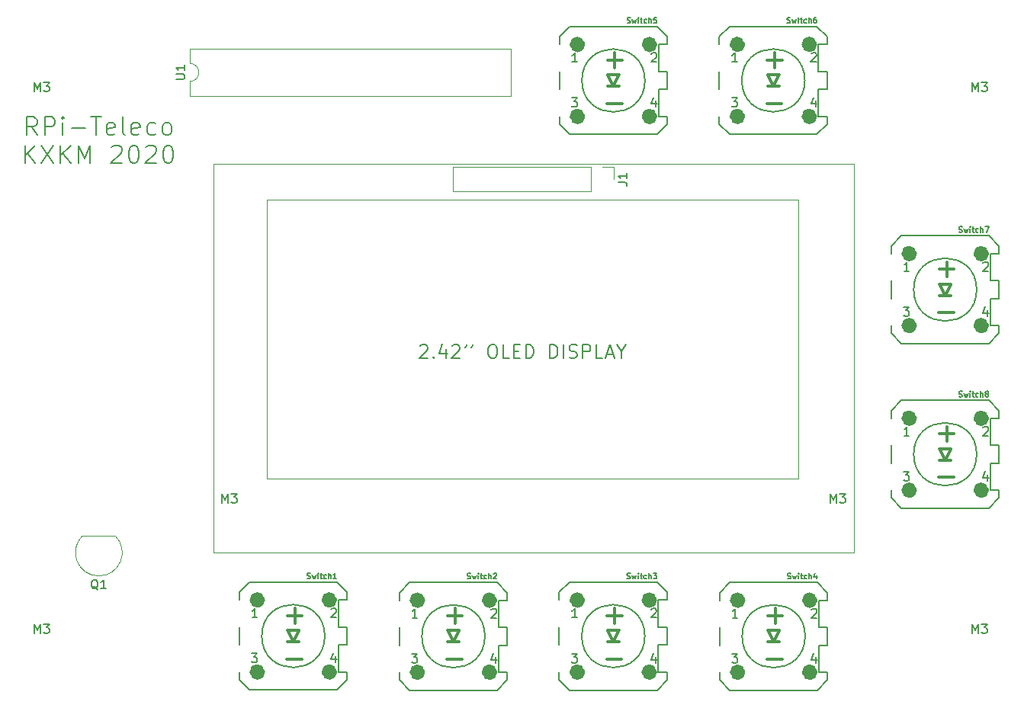
<source format=gbr>
G04 #@! TF.GenerationSoftware,KiCad,Pcbnew,(5.1.4-0)*
G04 #@! TF.CreationDate,2020-05-08T12:10:25+02:00*
G04 #@! TF.ProjectId,RPi_Teleco_PCB,5250695f-5465-46c6-9563-6f5f5043422e,rev?*
G04 #@! TF.SameCoordinates,Original*
G04 #@! TF.FileFunction,Legend,Top*
G04 #@! TF.FilePolarity,Positive*
%FSLAX46Y46*%
G04 Gerber Fmt 4.6, Leading zero omitted, Abs format (unit mm)*
G04 Created by KiCad (PCBNEW (5.1.4-0)) date 2020-05-08 12:10:25*
%MOMM*%
%LPD*%
G04 APERTURE LIST*
%ADD10C,0.120000*%
%ADD11C,0.150000*%
%ADD12C,0.203200*%
%ADD13C,0.304800*%
%ADD14C,0.899160*%
%ADD15C,0.127000*%
%ADD16C,0.152400*%
%ADD17C,0.330200*%
G04 APERTURE END LIST*
D10*
X150780000Y-98500000D02*
X150780000Y-67500000D01*
X209780000Y-98500000D02*
X150780000Y-98500000D01*
X209780000Y-67500000D02*
X209780000Y-98500000D01*
X150780000Y-67500000D02*
X209780000Y-67500000D01*
D11*
X125222857Y-60289761D02*
X124556190Y-59337380D01*
X124080000Y-60289761D02*
X124080000Y-58289761D01*
X124841904Y-58289761D01*
X125032380Y-58385000D01*
X125127619Y-58480238D01*
X125222857Y-58670714D01*
X125222857Y-58956428D01*
X125127619Y-59146904D01*
X125032380Y-59242142D01*
X124841904Y-59337380D01*
X124080000Y-59337380D01*
X126080000Y-60289761D02*
X126080000Y-58289761D01*
X126841904Y-58289761D01*
X127032380Y-58385000D01*
X127127619Y-58480238D01*
X127222857Y-58670714D01*
X127222857Y-58956428D01*
X127127619Y-59146904D01*
X127032380Y-59242142D01*
X126841904Y-59337380D01*
X126080000Y-59337380D01*
X128080000Y-60289761D02*
X128080000Y-58956428D01*
X128080000Y-58289761D02*
X127984761Y-58385000D01*
X128080000Y-58480238D01*
X128175238Y-58385000D01*
X128080000Y-58289761D01*
X128080000Y-58480238D01*
X129032380Y-59527857D02*
X130556190Y-59527857D01*
X131222857Y-58289761D02*
X132365714Y-58289761D01*
X131794285Y-60289761D02*
X131794285Y-58289761D01*
X133794285Y-60194523D02*
X133603809Y-60289761D01*
X133222857Y-60289761D01*
X133032380Y-60194523D01*
X132937142Y-60004047D01*
X132937142Y-59242142D01*
X133032380Y-59051666D01*
X133222857Y-58956428D01*
X133603809Y-58956428D01*
X133794285Y-59051666D01*
X133889523Y-59242142D01*
X133889523Y-59432619D01*
X132937142Y-59623095D01*
X135032380Y-60289761D02*
X134841904Y-60194523D01*
X134746666Y-60004047D01*
X134746666Y-58289761D01*
X136556190Y-60194523D02*
X136365714Y-60289761D01*
X135984761Y-60289761D01*
X135794285Y-60194523D01*
X135699047Y-60004047D01*
X135699047Y-59242142D01*
X135794285Y-59051666D01*
X135984761Y-58956428D01*
X136365714Y-58956428D01*
X136556190Y-59051666D01*
X136651428Y-59242142D01*
X136651428Y-59432619D01*
X135699047Y-59623095D01*
X138365714Y-60194523D02*
X138175238Y-60289761D01*
X137794285Y-60289761D01*
X137603809Y-60194523D01*
X137508571Y-60099285D01*
X137413333Y-59908809D01*
X137413333Y-59337380D01*
X137508571Y-59146904D01*
X137603809Y-59051666D01*
X137794285Y-58956428D01*
X138175238Y-58956428D01*
X138365714Y-59051666D01*
X139508571Y-60289761D02*
X139318095Y-60194523D01*
X139222857Y-60099285D01*
X139127619Y-59908809D01*
X139127619Y-59337380D01*
X139222857Y-59146904D01*
X139318095Y-59051666D01*
X139508571Y-58956428D01*
X139794285Y-58956428D01*
X139984761Y-59051666D01*
X140080000Y-59146904D01*
X140175238Y-59337380D01*
X140175238Y-59908809D01*
X140080000Y-60099285D01*
X139984761Y-60194523D01*
X139794285Y-60289761D01*
X139508571Y-60289761D01*
X123889523Y-63439761D02*
X123889523Y-61439761D01*
X125032380Y-63439761D02*
X124175238Y-62296904D01*
X125032380Y-61439761D02*
X123889523Y-62582619D01*
X125699047Y-61439761D02*
X127032380Y-63439761D01*
X127032380Y-61439761D02*
X125699047Y-63439761D01*
X127794285Y-63439761D02*
X127794285Y-61439761D01*
X128937142Y-63439761D02*
X128080000Y-62296904D01*
X128937142Y-61439761D02*
X127794285Y-62582619D01*
X129794285Y-63439761D02*
X129794285Y-61439761D01*
X130460952Y-62868333D01*
X131127619Y-61439761D01*
X131127619Y-63439761D01*
X133508571Y-61630238D02*
X133603809Y-61535000D01*
X133794285Y-61439761D01*
X134270476Y-61439761D01*
X134460952Y-61535000D01*
X134556190Y-61630238D01*
X134651428Y-61820714D01*
X134651428Y-62011190D01*
X134556190Y-62296904D01*
X133413333Y-63439761D01*
X134651428Y-63439761D01*
X135889523Y-61439761D02*
X136080000Y-61439761D01*
X136270476Y-61535000D01*
X136365714Y-61630238D01*
X136460952Y-61820714D01*
X136556190Y-62201666D01*
X136556190Y-62677857D01*
X136460952Y-63058809D01*
X136365714Y-63249285D01*
X136270476Y-63344523D01*
X136080000Y-63439761D01*
X135889523Y-63439761D01*
X135699047Y-63344523D01*
X135603809Y-63249285D01*
X135508571Y-63058809D01*
X135413333Y-62677857D01*
X135413333Y-62201666D01*
X135508571Y-61820714D01*
X135603809Y-61630238D01*
X135699047Y-61535000D01*
X135889523Y-61439761D01*
X137318095Y-61630238D02*
X137413333Y-61535000D01*
X137603809Y-61439761D01*
X138080000Y-61439761D01*
X138270476Y-61535000D01*
X138365714Y-61630238D01*
X138460952Y-61820714D01*
X138460952Y-62011190D01*
X138365714Y-62296904D01*
X137222857Y-63439761D01*
X138460952Y-63439761D01*
X139699047Y-61439761D02*
X139889523Y-61439761D01*
X140080000Y-61535000D01*
X140175238Y-61630238D01*
X140270476Y-61820714D01*
X140365714Y-62201666D01*
X140365714Y-62677857D01*
X140270476Y-63058809D01*
X140175238Y-63249285D01*
X140080000Y-63344523D01*
X139889523Y-63439761D01*
X139699047Y-63439761D01*
X139508571Y-63344523D01*
X139413333Y-63249285D01*
X139318095Y-63058809D01*
X139222857Y-62677857D01*
X139222857Y-62201666D01*
X139318095Y-61820714D01*
X139413333Y-61630238D01*
X139508571Y-61535000D01*
X139699047Y-61439761D01*
X167742857Y-83721428D02*
X167814285Y-83650000D01*
X167957142Y-83578571D01*
X168314285Y-83578571D01*
X168457142Y-83650000D01*
X168528571Y-83721428D01*
X168600000Y-83864285D01*
X168600000Y-84007142D01*
X168528571Y-84221428D01*
X167671428Y-85078571D01*
X168600000Y-85078571D01*
X169242857Y-84935714D02*
X169314285Y-85007142D01*
X169242857Y-85078571D01*
X169171428Y-85007142D01*
X169242857Y-84935714D01*
X169242857Y-85078571D01*
X170600000Y-84078571D02*
X170600000Y-85078571D01*
X170242857Y-83507142D02*
X169885714Y-84578571D01*
X170814285Y-84578571D01*
X171314285Y-83721428D02*
X171385714Y-83650000D01*
X171528571Y-83578571D01*
X171885714Y-83578571D01*
X172028571Y-83650000D01*
X172100000Y-83721428D01*
X172171428Y-83864285D01*
X172171428Y-84007142D01*
X172100000Y-84221428D01*
X171242857Y-85078571D01*
X172171428Y-85078571D01*
X172885714Y-83578571D02*
X172885714Y-83650000D01*
X172814285Y-83792857D01*
X172742857Y-83864285D01*
X173600000Y-83578571D02*
X173600000Y-83650000D01*
X173528571Y-83792857D01*
X173457142Y-83864285D01*
X175671428Y-83578571D02*
X175957142Y-83578571D01*
X176100000Y-83650000D01*
X176242857Y-83792857D01*
X176314285Y-84078571D01*
X176314285Y-84578571D01*
X176242857Y-84864285D01*
X176100000Y-85007142D01*
X175957142Y-85078571D01*
X175671428Y-85078571D01*
X175528571Y-85007142D01*
X175385714Y-84864285D01*
X175314285Y-84578571D01*
X175314285Y-84078571D01*
X175385714Y-83792857D01*
X175528571Y-83650000D01*
X175671428Y-83578571D01*
X177671428Y-85078571D02*
X176957142Y-85078571D01*
X176957142Y-83578571D01*
X178171428Y-84292857D02*
X178671428Y-84292857D01*
X178885714Y-85078571D02*
X178171428Y-85078571D01*
X178171428Y-83578571D01*
X178885714Y-83578571D01*
X179528571Y-85078571D02*
X179528571Y-83578571D01*
X179885714Y-83578571D01*
X180100000Y-83650000D01*
X180242857Y-83792857D01*
X180314285Y-83935714D01*
X180385714Y-84221428D01*
X180385714Y-84435714D01*
X180314285Y-84721428D01*
X180242857Y-84864285D01*
X180100000Y-85007142D01*
X179885714Y-85078571D01*
X179528571Y-85078571D01*
X182171428Y-85078571D02*
X182171428Y-83578571D01*
X182528571Y-83578571D01*
X182742857Y-83650000D01*
X182885714Y-83792857D01*
X182957142Y-83935714D01*
X183028571Y-84221428D01*
X183028571Y-84435714D01*
X182957142Y-84721428D01*
X182885714Y-84864285D01*
X182742857Y-85007142D01*
X182528571Y-85078571D01*
X182171428Y-85078571D01*
X183671428Y-85078571D02*
X183671428Y-83578571D01*
X184314285Y-85007142D02*
X184528571Y-85078571D01*
X184885714Y-85078571D01*
X185028571Y-85007142D01*
X185100000Y-84935714D01*
X185171428Y-84792857D01*
X185171428Y-84650000D01*
X185100000Y-84507142D01*
X185028571Y-84435714D01*
X184885714Y-84364285D01*
X184600000Y-84292857D01*
X184457142Y-84221428D01*
X184385714Y-84150000D01*
X184314285Y-84007142D01*
X184314285Y-83864285D01*
X184385714Y-83721428D01*
X184457142Y-83650000D01*
X184600000Y-83578571D01*
X184957142Y-83578571D01*
X185171428Y-83650000D01*
X185814285Y-85078571D02*
X185814285Y-83578571D01*
X186385714Y-83578571D01*
X186528571Y-83650000D01*
X186600000Y-83721428D01*
X186671428Y-83864285D01*
X186671428Y-84078571D01*
X186600000Y-84221428D01*
X186528571Y-84292857D01*
X186385714Y-84364285D01*
X185814285Y-84364285D01*
X188028571Y-85078571D02*
X187314285Y-85078571D01*
X187314285Y-83578571D01*
X188457142Y-84650000D02*
X189171428Y-84650000D01*
X188314285Y-85078571D02*
X188814285Y-83578571D01*
X189314285Y-85078571D01*
X190100000Y-84364285D02*
X190100000Y-85078571D01*
X189600000Y-83578571D02*
X190100000Y-84364285D01*
X190600000Y-83578571D01*
D10*
X215900000Y-106680000D02*
X215900000Y-63500000D01*
X144780000Y-106680000D02*
X215900000Y-106680000D01*
X144780000Y-63500000D02*
X144780000Y-106680000D01*
X215900000Y-63500000D02*
X144780000Y-63500000D01*
D12*
X183218420Y-50239020D02*
X183218420Y-49388120D01*
X184369040Y-48237500D02*
X194066760Y-48237500D01*
X195217380Y-49388120D02*
X195217380Y-50239020D01*
X195217380Y-53238760D02*
X195217380Y-55235200D01*
X195217380Y-58234940D02*
X195217380Y-59085840D01*
X194066760Y-60236460D02*
X184369040Y-60236460D01*
X183218420Y-59085840D02*
X183218420Y-58234940D01*
X183218420Y-55235200D02*
X183218420Y-53238760D01*
X194066760Y-48237500D02*
X195217380Y-49388120D01*
X183218420Y-49388120D02*
X184369040Y-48237500D01*
X184369040Y-60236460D02*
X183218420Y-59085840D01*
X195217380Y-59085840D02*
X194066760Y-60236460D01*
X195217380Y-53238760D02*
X194216620Y-53238760D01*
X194216620Y-53238760D02*
X194216620Y-50239020D01*
X194216620Y-50239020D02*
X195217380Y-50239020D01*
X195217380Y-55235200D02*
X194216620Y-55235200D01*
X194216620Y-55235200D02*
X194216620Y-58234940D01*
X194216620Y-58234940D02*
X195217380Y-58234940D01*
D13*
X189852900Y-53601980D02*
X188582900Y-53601980D01*
X188582900Y-53601980D02*
X189217900Y-54871980D01*
X189217900Y-54871980D02*
X189852900Y-53601980D01*
X189852900Y-54871980D02*
X189217900Y-54871980D01*
X189217900Y-54871980D02*
X188582900Y-54871980D01*
D12*
X192715480Y-54236980D02*
G75*
G03X192715480Y-54236980I-3497580J0D01*
G01*
D14*
X185618720Y-50239020D02*
G75*
G03X185618720Y-50239020I-398780J0D01*
G01*
X193614640Y-50239020D02*
G75*
G03X193614640Y-50239020I-398780J0D01*
G01*
X193614640Y-58234940D02*
G75*
G03X193614640Y-58234940I-398780J0D01*
G01*
X185618720Y-58234940D02*
G75*
G03X185618720Y-58234940I-398780J0D01*
G01*
D12*
X183205120Y-111965740D02*
X183205120Y-111114840D01*
X184355740Y-109964220D02*
X194053460Y-109964220D01*
X195204080Y-111114840D02*
X195204080Y-111965740D01*
X195204080Y-114965480D02*
X195204080Y-116961920D01*
X195204080Y-119961660D02*
X195204080Y-120812560D01*
X194053460Y-121963180D02*
X184355740Y-121963180D01*
X183205120Y-120812560D02*
X183205120Y-119961660D01*
X183205120Y-116961920D02*
X183205120Y-114965480D01*
X194053460Y-109964220D02*
X195204080Y-111114840D01*
X183205120Y-111114840D02*
X184355740Y-109964220D01*
X184355740Y-121963180D02*
X183205120Y-120812560D01*
X195204080Y-120812560D02*
X194053460Y-121963180D01*
X195204080Y-114965480D02*
X194203320Y-114965480D01*
X194203320Y-114965480D02*
X194203320Y-111965740D01*
X194203320Y-111965740D02*
X195204080Y-111965740D01*
X195204080Y-116961920D02*
X194203320Y-116961920D01*
X194203320Y-116961920D02*
X194203320Y-119961660D01*
X194203320Y-119961660D02*
X195204080Y-119961660D01*
D13*
X189839600Y-115328700D02*
X188569600Y-115328700D01*
X188569600Y-115328700D02*
X189204600Y-116598700D01*
X189204600Y-116598700D02*
X189839600Y-115328700D01*
X189839600Y-116598700D02*
X189204600Y-116598700D01*
X189204600Y-116598700D02*
X188569600Y-116598700D01*
D12*
X192702180Y-115963700D02*
G75*
G03X192702180Y-115963700I-3497580J0D01*
G01*
D14*
X185605420Y-111965740D02*
G75*
G03X185605420Y-111965740I-398780J0D01*
G01*
X193601340Y-111965740D02*
G75*
G03X193601340Y-111965740I-398780J0D01*
G01*
X193601340Y-119961660D02*
G75*
G03X193601340Y-119961660I-398780J0D01*
G01*
X185605420Y-119961660D02*
G75*
G03X185605420Y-119961660I-398780J0D01*
G01*
D10*
X171390000Y-63870000D02*
X171390000Y-66530000D01*
X186690000Y-63870000D02*
X171390000Y-63870000D01*
X186690000Y-66530000D02*
X171390000Y-66530000D01*
X186690000Y-63870000D02*
X186690000Y-66530000D01*
X187960000Y-63870000D02*
X189290000Y-63870000D01*
X189290000Y-63870000D02*
X189290000Y-65200000D01*
X133880000Y-104830000D02*
X130280000Y-104830000D01*
X133918478Y-104841522D02*
G75*
G02X132080000Y-109280000I-1838478J-1838478D01*
G01*
X130241522Y-104841522D02*
G75*
G03X132080000Y-109280000I1838478J-1838478D01*
G01*
D12*
X147670520Y-111953040D02*
X147670520Y-111102140D01*
X148821140Y-109951520D02*
X158518860Y-109951520D01*
X159669480Y-111102140D02*
X159669480Y-111953040D01*
X159669480Y-114952780D02*
X159669480Y-116949220D01*
X159669480Y-119948960D02*
X159669480Y-120799860D01*
X158518860Y-121950480D02*
X148821140Y-121950480D01*
X147670520Y-120799860D02*
X147670520Y-119948960D01*
X147670520Y-116949220D02*
X147670520Y-114952780D01*
X158518860Y-109951520D02*
X159669480Y-111102140D01*
X147670520Y-111102140D02*
X148821140Y-109951520D01*
X148821140Y-121950480D02*
X147670520Y-120799860D01*
X159669480Y-120799860D02*
X158518860Y-121950480D01*
X159669480Y-114952780D02*
X158668720Y-114952780D01*
X158668720Y-114952780D02*
X158668720Y-111953040D01*
X158668720Y-111953040D02*
X159669480Y-111953040D01*
X159669480Y-116949220D02*
X158668720Y-116949220D01*
X158668720Y-116949220D02*
X158668720Y-119948960D01*
X158668720Y-119948960D02*
X159669480Y-119948960D01*
D13*
X154305000Y-115316000D02*
X153035000Y-115316000D01*
X153035000Y-115316000D02*
X153670000Y-116586000D01*
X153670000Y-116586000D02*
X154305000Y-115316000D01*
X154305000Y-116586000D02*
X153670000Y-116586000D01*
X153670000Y-116586000D02*
X153035000Y-116586000D01*
D12*
X157167580Y-115951000D02*
G75*
G03X157167580Y-115951000I-3497580J0D01*
G01*
D14*
X150070820Y-111953040D02*
G75*
G03X150070820Y-111953040I-398780J0D01*
G01*
X158066740Y-111953040D02*
G75*
G03X158066740Y-111953040I-398780J0D01*
G01*
X158066740Y-119948960D02*
G75*
G03X158066740Y-119948960I-398780J0D01*
G01*
X150070820Y-119948960D02*
G75*
G03X150070820Y-119948960I-398780J0D01*
G01*
X167850820Y-119974360D02*
G75*
G03X167850820Y-119974360I-398780J0D01*
G01*
X175846740Y-119974360D02*
G75*
G03X175846740Y-119974360I-398780J0D01*
G01*
X175846740Y-111978440D02*
G75*
G03X175846740Y-111978440I-398780J0D01*
G01*
X167850820Y-111978440D02*
G75*
G03X167850820Y-111978440I-398780J0D01*
G01*
D12*
X174947580Y-115976400D02*
G75*
G03X174947580Y-115976400I-3497580J0D01*
G01*
D13*
X171450000Y-116611400D02*
X170815000Y-116611400D01*
X172085000Y-116611400D02*
X171450000Y-116611400D01*
X171450000Y-116611400D02*
X172085000Y-115341400D01*
X170815000Y-115341400D02*
X171450000Y-116611400D01*
X172085000Y-115341400D02*
X170815000Y-115341400D01*
D12*
X176448720Y-119974360D02*
X177449480Y-119974360D01*
X176448720Y-116974620D02*
X176448720Y-119974360D01*
X177449480Y-116974620D02*
X176448720Y-116974620D01*
X176448720Y-111978440D02*
X177449480Y-111978440D01*
X176448720Y-114978180D02*
X176448720Y-111978440D01*
X177449480Y-114978180D02*
X176448720Y-114978180D01*
X177449480Y-120825260D02*
X176298860Y-121975880D01*
X166601140Y-121975880D02*
X165450520Y-120825260D01*
X165450520Y-111127540D02*
X166601140Y-109976920D01*
X176298860Y-109976920D02*
X177449480Y-111127540D01*
X165450520Y-116974620D02*
X165450520Y-114978180D01*
X165450520Y-120825260D02*
X165450520Y-119974360D01*
X176298860Y-121975880D02*
X166601140Y-121975880D01*
X177449480Y-119974360D02*
X177449480Y-120825260D01*
X177449480Y-114978180D02*
X177449480Y-116974620D01*
X177449480Y-111127540D02*
X177449480Y-111978440D01*
X166601140Y-109976920D02*
X176298860Y-109976920D01*
X165450520Y-111978440D02*
X165450520Y-111127540D01*
D14*
X203410820Y-119974360D02*
G75*
G03X203410820Y-119974360I-398780J0D01*
G01*
X211406740Y-119974360D02*
G75*
G03X211406740Y-119974360I-398780J0D01*
G01*
X211406740Y-111978440D02*
G75*
G03X211406740Y-111978440I-398780J0D01*
G01*
X203410820Y-111978440D02*
G75*
G03X203410820Y-111978440I-398780J0D01*
G01*
D12*
X210507580Y-115976400D02*
G75*
G03X210507580Y-115976400I-3497580J0D01*
G01*
D13*
X207010000Y-116611400D02*
X206375000Y-116611400D01*
X207645000Y-116611400D02*
X207010000Y-116611400D01*
X207010000Y-116611400D02*
X207645000Y-115341400D01*
X206375000Y-115341400D02*
X207010000Y-116611400D01*
X207645000Y-115341400D02*
X206375000Y-115341400D01*
D12*
X212008720Y-119974360D02*
X213009480Y-119974360D01*
X212008720Y-116974620D02*
X212008720Y-119974360D01*
X213009480Y-116974620D02*
X212008720Y-116974620D01*
X212008720Y-111978440D02*
X213009480Y-111978440D01*
X212008720Y-114978180D02*
X212008720Y-111978440D01*
X213009480Y-114978180D02*
X212008720Y-114978180D01*
X213009480Y-120825260D02*
X211858860Y-121975880D01*
X202161140Y-121975880D02*
X201010520Y-120825260D01*
X201010520Y-111127540D02*
X202161140Y-109976920D01*
X211858860Y-109976920D02*
X213009480Y-111127540D01*
X201010520Y-116974620D02*
X201010520Y-114978180D01*
X201010520Y-120825260D02*
X201010520Y-119974360D01*
X211858860Y-121975880D02*
X202161140Y-121975880D01*
X213009480Y-119974360D02*
X213009480Y-120825260D01*
X213009480Y-114978180D02*
X213009480Y-116974620D01*
X213009480Y-111127540D02*
X213009480Y-111978440D01*
X202161140Y-109976920D02*
X211858860Y-109976920D01*
X201010520Y-111978440D02*
X201010520Y-111127540D01*
D14*
X203375820Y-58226960D02*
G75*
G03X203375820Y-58226960I-398780J0D01*
G01*
X211371740Y-58226960D02*
G75*
G03X211371740Y-58226960I-398780J0D01*
G01*
X211371740Y-50231040D02*
G75*
G03X211371740Y-50231040I-398780J0D01*
G01*
X203375820Y-50231040D02*
G75*
G03X203375820Y-50231040I-398780J0D01*
G01*
D12*
X210472580Y-54229000D02*
G75*
G03X210472580Y-54229000I-3497580J0D01*
G01*
D13*
X206975000Y-54864000D02*
X206340000Y-54864000D01*
X207610000Y-54864000D02*
X206975000Y-54864000D01*
X206975000Y-54864000D02*
X207610000Y-53594000D01*
X206340000Y-53594000D02*
X206975000Y-54864000D01*
X207610000Y-53594000D02*
X206340000Y-53594000D01*
D12*
X211973720Y-58226960D02*
X212974480Y-58226960D01*
X211973720Y-55227220D02*
X211973720Y-58226960D01*
X212974480Y-55227220D02*
X211973720Y-55227220D01*
X211973720Y-50231040D02*
X212974480Y-50231040D01*
X211973720Y-53230780D02*
X211973720Y-50231040D01*
X212974480Y-53230780D02*
X211973720Y-53230780D01*
X212974480Y-59077860D02*
X211823860Y-60228480D01*
X202126140Y-60228480D02*
X200975520Y-59077860D01*
X200975520Y-49380140D02*
X202126140Y-48229520D01*
X211823860Y-48229520D02*
X212974480Y-49380140D01*
X200975520Y-55227220D02*
X200975520Y-53230780D01*
X200975520Y-59077860D02*
X200975520Y-58226960D01*
X211823860Y-60228480D02*
X202126140Y-60228480D01*
X212974480Y-58226960D02*
X212974480Y-59077860D01*
X212974480Y-53230780D02*
X212974480Y-55227220D01*
X212974480Y-49380140D02*
X212974480Y-50231040D01*
X202126140Y-48229520D02*
X211823860Y-48229520D01*
X200975520Y-50231040D02*
X200975520Y-49380140D01*
X220060520Y-73472040D02*
X220060520Y-72621140D01*
X221211140Y-71470520D02*
X230908860Y-71470520D01*
X232059480Y-72621140D02*
X232059480Y-73472040D01*
X232059480Y-76471780D02*
X232059480Y-78468220D01*
X232059480Y-81467960D02*
X232059480Y-82318860D01*
X230908860Y-83469480D02*
X221211140Y-83469480D01*
X220060520Y-82318860D02*
X220060520Y-81467960D01*
X220060520Y-78468220D02*
X220060520Y-76471780D01*
X230908860Y-71470520D02*
X232059480Y-72621140D01*
X220060520Y-72621140D02*
X221211140Y-71470520D01*
X221211140Y-83469480D02*
X220060520Y-82318860D01*
X232059480Y-82318860D02*
X230908860Y-83469480D01*
X232059480Y-76471780D02*
X231058720Y-76471780D01*
X231058720Y-76471780D02*
X231058720Y-73472040D01*
X231058720Y-73472040D02*
X232059480Y-73472040D01*
X232059480Y-78468220D02*
X231058720Y-78468220D01*
X231058720Y-78468220D02*
X231058720Y-81467960D01*
X231058720Y-81467960D02*
X232059480Y-81467960D01*
D13*
X226695000Y-76835000D02*
X225425000Y-76835000D01*
X225425000Y-76835000D02*
X226060000Y-78105000D01*
X226060000Y-78105000D02*
X226695000Y-76835000D01*
X226695000Y-78105000D02*
X226060000Y-78105000D01*
X226060000Y-78105000D02*
X225425000Y-78105000D01*
D12*
X229557580Y-77470000D02*
G75*
G03X229557580Y-77470000I-3497580J0D01*
G01*
D14*
X222460820Y-73472040D02*
G75*
G03X222460820Y-73472040I-398780J0D01*
G01*
X230456740Y-73472040D02*
G75*
G03X230456740Y-73472040I-398780J0D01*
G01*
X230456740Y-81467960D02*
G75*
G03X230456740Y-81467960I-398780J0D01*
G01*
X222460820Y-81467960D02*
G75*
G03X222460820Y-81467960I-398780J0D01*
G01*
X222460820Y-99755960D02*
G75*
G03X222460820Y-99755960I-398780J0D01*
G01*
X230456740Y-99755960D02*
G75*
G03X230456740Y-99755960I-398780J0D01*
G01*
X230456740Y-91760040D02*
G75*
G03X230456740Y-91760040I-398780J0D01*
G01*
X222460820Y-91760040D02*
G75*
G03X222460820Y-91760040I-398780J0D01*
G01*
D12*
X229557580Y-95758000D02*
G75*
G03X229557580Y-95758000I-3497580J0D01*
G01*
D13*
X226060000Y-96393000D02*
X225425000Y-96393000D01*
X226695000Y-96393000D02*
X226060000Y-96393000D01*
X226060000Y-96393000D02*
X226695000Y-95123000D01*
X225425000Y-95123000D02*
X226060000Y-96393000D01*
X226695000Y-95123000D02*
X225425000Y-95123000D01*
D12*
X231058720Y-99755960D02*
X232059480Y-99755960D01*
X231058720Y-96756220D02*
X231058720Y-99755960D01*
X232059480Y-96756220D02*
X231058720Y-96756220D01*
X231058720Y-91760040D02*
X232059480Y-91760040D01*
X231058720Y-94759780D02*
X231058720Y-91760040D01*
X232059480Y-94759780D02*
X231058720Y-94759780D01*
X232059480Y-100606860D02*
X230908860Y-101757480D01*
X221211140Y-101757480D02*
X220060520Y-100606860D01*
X220060520Y-90909140D02*
X221211140Y-89758520D01*
X230908860Y-89758520D02*
X232059480Y-90909140D01*
X220060520Y-96756220D02*
X220060520Y-94759780D01*
X220060520Y-100606860D02*
X220060520Y-99755960D01*
X230908860Y-101757480D02*
X221211140Y-101757480D01*
X232059480Y-99755960D02*
X232059480Y-100606860D01*
X232059480Y-94759780D02*
X232059480Y-96756220D01*
X232059480Y-90909140D02*
X232059480Y-91760040D01*
X221211140Y-89758520D02*
X230908860Y-89758520D01*
X220060520Y-91760040D02*
X220060520Y-90909140D01*
D10*
X142180000Y-52340000D02*
G75*
G02X142180000Y-54340000I0J-1000000D01*
G01*
X142180000Y-54340000D02*
X142180000Y-55990000D01*
X142180000Y-55990000D02*
X177860000Y-55990000D01*
X177860000Y-55990000D02*
X177860000Y-50690000D01*
X177860000Y-50690000D02*
X142180000Y-50690000D01*
X142180000Y-50690000D02*
X142180000Y-52340000D01*
D15*
X190752785Y-47828922D02*
X190839871Y-47857951D01*
X190985014Y-47857951D01*
X191043071Y-47828922D01*
X191072100Y-47799894D01*
X191101128Y-47741837D01*
X191101128Y-47683780D01*
X191072100Y-47625722D01*
X191043071Y-47596694D01*
X190985014Y-47567665D01*
X190868900Y-47538637D01*
X190810842Y-47509608D01*
X190781814Y-47480580D01*
X190752785Y-47422522D01*
X190752785Y-47364465D01*
X190781814Y-47306408D01*
X190810842Y-47277380D01*
X190868900Y-47248351D01*
X191014042Y-47248351D01*
X191101128Y-47277380D01*
X191304328Y-47451551D02*
X191420442Y-47857951D01*
X191536557Y-47567665D01*
X191652671Y-47857951D01*
X191768785Y-47451551D01*
X192001014Y-47857951D02*
X192001014Y-47451551D01*
X192001014Y-47248351D02*
X191971985Y-47277380D01*
X192001014Y-47306408D01*
X192030042Y-47277380D01*
X192001014Y-47248351D01*
X192001014Y-47306408D01*
X192204214Y-47451551D02*
X192436442Y-47451551D01*
X192291300Y-47248351D02*
X192291300Y-47770865D01*
X192320328Y-47828922D01*
X192378385Y-47857951D01*
X192436442Y-47857951D01*
X192900900Y-47828922D02*
X192842842Y-47857951D01*
X192726728Y-47857951D01*
X192668671Y-47828922D01*
X192639642Y-47799894D01*
X192610614Y-47741837D01*
X192610614Y-47567665D01*
X192639642Y-47509608D01*
X192668671Y-47480580D01*
X192726728Y-47451551D01*
X192842842Y-47451551D01*
X192900900Y-47480580D01*
X193162157Y-47857951D02*
X193162157Y-47248351D01*
X193423414Y-47857951D02*
X193423414Y-47538637D01*
X193394385Y-47480580D01*
X193336328Y-47451551D01*
X193249242Y-47451551D01*
X193191185Y-47480580D01*
X193162157Y-47509608D01*
X194003985Y-47248351D02*
X193713700Y-47248351D01*
X193684671Y-47538637D01*
X193713700Y-47509608D01*
X193771757Y-47480580D01*
X193916900Y-47480580D01*
X193974957Y-47509608D01*
X194003985Y-47538637D01*
X194033014Y-47596694D01*
X194033014Y-47741837D01*
X194003985Y-47799894D01*
X193974957Y-47828922D01*
X193916900Y-47857951D01*
X193771757Y-47857951D01*
X193713700Y-47828922D01*
X193684671Y-47799894D01*
D16*
X185218125Y-52189619D02*
X184637554Y-52189619D01*
X184927840Y-52189619D02*
X184927840Y-51173619D01*
X184831078Y-51318761D01*
X184734316Y-51415523D01*
X184637554Y-51463904D01*
X193433574Y-51270380D02*
X193481955Y-51222000D01*
X193578717Y-51173619D01*
X193820621Y-51173619D01*
X193917383Y-51222000D01*
X193965764Y-51270380D01*
X194014145Y-51367142D01*
X194014145Y-51463904D01*
X193965764Y-51609047D01*
X193385193Y-52189619D01*
X194014145Y-52189619D01*
X184589173Y-56172339D02*
X185218125Y-56172339D01*
X184879459Y-56559386D01*
X185024601Y-56559386D01*
X185121363Y-56607767D01*
X185169744Y-56656148D01*
X185218125Y-56752910D01*
X185218125Y-56994815D01*
X185169744Y-57091577D01*
X185121363Y-57139958D01*
X185024601Y-57188339D01*
X184734316Y-57188339D01*
X184637554Y-57139958D01*
X184589173Y-57091577D01*
X193917383Y-56511005D02*
X193917383Y-57188339D01*
X193675479Y-56123958D02*
X193433574Y-56849672D01*
X194062526Y-56849672D01*
D17*
X188551815Y-51979827D02*
X190214184Y-51979827D01*
X189383000Y-52811011D02*
X189383000Y-51148642D01*
X188501015Y-56780427D02*
X190163384Y-56780427D01*
D15*
X190739485Y-109555642D02*
X190826571Y-109584671D01*
X190971714Y-109584671D01*
X191029771Y-109555642D01*
X191058800Y-109526614D01*
X191087828Y-109468557D01*
X191087828Y-109410500D01*
X191058800Y-109352442D01*
X191029771Y-109323414D01*
X190971714Y-109294385D01*
X190855600Y-109265357D01*
X190797542Y-109236328D01*
X190768514Y-109207300D01*
X190739485Y-109149242D01*
X190739485Y-109091185D01*
X190768514Y-109033128D01*
X190797542Y-109004100D01*
X190855600Y-108975071D01*
X191000742Y-108975071D01*
X191087828Y-109004100D01*
X191291028Y-109178271D02*
X191407142Y-109584671D01*
X191523257Y-109294385D01*
X191639371Y-109584671D01*
X191755485Y-109178271D01*
X191987714Y-109584671D02*
X191987714Y-109178271D01*
X191987714Y-108975071D02*
X191958685Y-109004100D01*
X191987714Y-109033128D01*
X192016742Y-109004100D01*
X191987714Y-108975071D01*
X191987714Y-109033128D01*
X192190914Y-109178271D02*
X192423142Y-109178271D01*
X192278000Y-108975071D02*
X192278000Y-109497585D01*
X192307028Y-109555642D01*
X192365085Y-109584671D01*
X192423142Y-109584671D01*
X192887600Y-109555642D02*
X192829542Y-109584671D01*
X192713428Y-109584671D01*
X192655371Y-109555642D01*
X192626342Y-109526614D01*
X192597314Y-109468557D01*
X192597314Y-109294385D01*
X192626342Y-109236328D01*
X192655371Y-109207300D01*
X192713428Y-109178271D01*
X192829542Y-109178271D01*
X192887600Y-109207300D01*
X193148857Y-109584671D02*
X193148857Y-108975071D01*
X193410114Y-109584671D02*
X193410114Y-109265357D01*
X193381085Y-109207300D01*
X193323028Y-109178271D01*
X193235942Y-109178271D01*
X193177885Y-109207300D01*
X193148857Y-109236328D01*
X193642342Y-108975071D02*
X194019714Y-108975071D01*
X193816514Y-109207300D01*
X193903600Y-109207300D01*
X193961657Y-109236328D01*
X193990685Y-109265357D01*
X194019714Y-109323414D01*
X194019714Y-109468557D01*
X193990685Y-109526614D01*
X193961657Y-109555642D01*
X193903600Y-109584671D01*
X193729428Y-109584671D01*
X193671371Y-109555642D01*
X193642342Y-109526614D01*
D16*
X185204825Y-113916339D02*
X184624254Y-113916339D01*
X184914540Y-113916339D02*
X184914540Y-112900339D01*
X184817778Y-113045481D01*
X184721016Y-113142243D01*
X184624254Y-113190624D01*
X193420274Y-112997100D02*
X193468655Y-112948720D01*
X193565417Y-112900339D01*
X193807321Y-112900339D01*
X193904083Y-112948720D01*
X193952464Y-112997100D01*
X194000845Y-113093862D01*
X194000845Y-113190624D01*
X193952464Y-113335767D01*
X193371893Y-113916339D01*
X194000845Y-113916339D01*
X184575873Y-117899059D02*
X185204825Y-117899059D01*
X184866159Y-118286106D01*
X185011301Y-118286106D01*
X185108063Y-118334487D01*
X185156444Y-118382868D01*
X185204825Y-118479630D01*
X185204825Y-118721535D01*
X185156444Y-118818297D01*
X185108063Y-118866678D01*
X185011301Y-118915059D01*
X184721016Y-118915059D01*
X184624254Y-118866678D01*
X184575873Y-118818297D01*
X193904083Y-118237725D02*
X193904083Y-118915059D01*
X193662179Y-117850678D02*
X193420274Y-118576392D01*
X194049226Y-118576392D01*
D17*
X188538515Y-113706547D02*
X190200884Y-113706547D01*
X189369700Y-114537731D02*
X189369700Y-112875362D01*
X188487715Y-118507147D02*
X190150084Y-118507147D01*
D11*
X124920476Y-55452380D02*
X124920476Y-54452380D01*
X125253809Y-55166666D01*
X125587142Y-54452380D01*
X125587142Y-55452380D01*
X125968095Y-54452380D02*
X126587142Y-54452380D01*
X126253809Y-54833333D01*
X126396666Y-54833333D01*
X126491904Y-54880952D01*
X126539523Y-54928571D01*
X126587142Y-55023809D01*
X126587142Y-55261904D01*
X126539523Y-55357142D01*
X126491904Y-55404761D01*
X126396666Y-55452380D01*
X126110952Y-55452380D01*
X126015714Y-55404761D01*
X125968095Y-55357142D01*
X124920476Y-115632380D02*
X124920476Y-114632380D01*
X125253809Y-115346666D01*
X125587142Y-114632380D01*
X125587142Y-115632380D01*
X125968095Y-114632380D02*
X126587142Y-114632380D01*
X126253809Y-115013333D01*
X126396666Y-115013333D01*
X126491904Y-115060952D01*
X126539523Y-115108571D01*
X126587142Y-115203809D01*
X126587142Y-115441904D01*
X126539523Y-115537142D01*
X126491904Y-115584761D01*
X126396666Y-115632380D01*
X126110952Y-115632380D01*
X126015714Y-115584761D01*
X125968095Y-115537142D01*
X229060476Y-115632380D02*
X229060476Y-114632380D01*
X229393809Y-115346666D01*
X229727142Y-114632380D01*
X229727142Y-115632380D01*
X230108095Y-114632380D02*
X230727142Y-114632380D01*
X230393809Y-115013333D01*
X230536666Y-115013333D01*
X230631904Y-115060952D01*
X230679523Y-115108571D01*
X230727142Y-115203809D01*
X230727142Y-115441904D01*
X230679523Y-115537142D01*
X230631904Y-115584761D01*
X230536666Y-115632380D01*
X230250952Y-115632380D01*
X230155714Y-115584761D01*
X230108095Y-115537142D01*
X229060476Y-55452380D02*
X229060476Y-54452380D01*
X229393809Y-55166666D01*
X229727142Y-54452380D01*
X229727142Y-55452380D01*
X230108095Y-54452380D02*
X230727142Y-54452380D01*
X230393809Y-54833333D01*
X230536666Y-54833333D01*
X230631904Y-54880952D01*
X230679523Y-54928571D01*
X230727142Y-55023809D01*
X230727142Y-55261904D01*
X230679523Y-55357142D01*
X230631904Y-55404761D01*
X230536666Y-55452380D01*
X230250952Y-55452380D01*
X230155714Y-55404761D01*
X230108095Y-55357142D01*
X145748476Y-101154380D02*
X145748476Y-100154380D01*
X146081809Y-100868666D01*
X146415142Y-100154380D01*
X146415142Y-101154380D01*
X146796095Y-100154380D02*
X147415142Y-100154380D01*
X147081809Y-100535333D01*
X147224666Y-100535333D01*
X147319904Y-100582952D01*
X147367523Y-100630571D01*
X147415142Y-100725809D01*
X147415142Y-100963904D01*
X147367523Y-101059142D01*
X147319904Y-101106761D01*
X147224666Y-101154380D01*
X146938952Y-101154380D01*
X146843714Y-101106761D01*
X146796095Y-101059142D01*
X213312476Y-101154380D02*
X213312476Y-100154380D01*
X213645809Y-100868666D01*
X213979142Y-100154380D01*
X213979142Y-101154380D01*
X214360095Y-100154380D02*
X214979142Y-100154380D01*
X214645809Y-100535333D01*
X214788666Y-100535333D01*
X214883904Y-100582952D01*
X214931523Y-100630571D01*
X214979142Y-100725809D01*
X214979142Y-100963904D01*
X214931523Y-101059142D01*
X214883904Y-101106761D01*
X214788666Y-101154380D01*
X214502952Y-101154380D01*
X214407714Y-101106761D01*
X214360095Y-101059142D01*
X189742380Y-65533333D02*
X190456666Y-65533333D01*
X190599523Y-65580952D01*
X190694761Y-65676190D01*
X190742380Y-65819047D01*
X190742380Y-65914285D01*
X190742380Y-64533333D02*
X190742380Y-65104761D01*
X190742380Y-64819047D02*
X189742380Y-64819047D01*
X189885238Y-64914285D01*
X189980476Y-65009523D01*
X190028095Y-65104761D01*
X131984761Y-110787619D02*
X131889523Y-110740000D01*
X131794285Y-110644761D01*
X131651428Y-110501904D01*
X131556190Y-110454285D01*
X131460952Y-110454285D01*
X131508571Y-110692380D02*
X131413333Y-110644761D01*
X131318095Y-110549523D01*
X131270476Y-110359047D01*
X131270476Y-110025714D01*
X131318095Y-109835238D01*
X131413333Y-109740000D01*
X131508571Y-109692380D01*
X131699047Y-109692380D01*
X131794285Y-109740000D01*
X131889523Y-109835238D01*
X131937142Y-110025714D01*
X131937142Y-110359047D01*
X131889523Y-110549523D01*
X131794285Y-110644761D01*
X131699047Y-110692380D01*
X131508571Y-110692380D01*
X132889523Y-110692380D02*
X132318095Y-110692380D01*
X132603809Y-110692380D02*
X132603809Y-109692380D01*
X132508571Y-109835238D01*
X132413333Y-109930476D01*
X132318095Y-109978095D01*
D15*
X155204885Y-109542942D02*
X155291971Y-109571971D01*
X155437114Y-109571971D01*
X155495171Y-109542942D01*
X155524200Y-109513914D01*
X155553228Y-109455857D01*
X155553228Y-109397800D01*
X155524200Y-109339742D01*
X155495171Y-109310714D01*
X155437114Y-109281685D01*
X155321000Y-109252657D01*
X155262942Y-109223628D01*
X155233914Y-109194600D01*
X155204885Y-109136542D01*
X155204885Y-109078485D01*
X155233914Y-109020428D01*
X155262942Y-108991400D01*
X155321000Y-108962371D01*
X155466142Y-108962371D01*
X155553228Y-108991400D01*
X155756428Y-109165571D02*
X155872542Y-109571971D01*
X155988657Y-109281685D01*
X156104771Y-109571971D01*
X156220885Y-109165571D01*
X156453114Y-109571971D02*
X156453114Y-109165571D01*
X156453114Y-108962371D02*
X156424085Y-108991400D01*
X156453114Y-109020428D01*
X156482142Y-108991400D01*
X156453114Y-108962371D01*
X156453114Y-109020428D01*
X156656314Y-109165571D02*
X156888542Y-109165571D01*
X156743400Y-108962371D02*
X156743400Y-109484885D01*
X156772428Y-109542942D01*
X156830485Y-109571971D01*
X156888542Y-109571971D01*
X157353000Y-109542942D02*
X157294942Y-109571971D01*
X157178828Y-109571971D01*
X157120771Y-109542942D01*
X157091742Y-109513914D01*
X157062714Y-109455857D01*
X157062714Y-109281685D01*
X157091742Y-109223628D01*
X157120771Y-109194600D01*
X157178828Y-109165571D01*
X157294942Y-109165571D01*
X157353000Y-109194600D01*
X157614257Y-109571971D02*
X157614257Y-108962371D01*
X157875514Y-109571971D02*
X157875514Y-109252657D01*
X157846485Y-109194600D01*
X157788428Y-109165571D01*
X157701342Y-109165571D01*
X157643285Y-109194600D01*
X157614257Y-109223628D01*
X158485114Y-109571971D02*
X158136771Y-109571971D01*
X158310942Y-109571971D02*
X158310942Y-108962371D01*
X158252885Y-109049457D01*
X158194828Y-109107514D01*
X158136771Y-109136542D01*
D16*
X149670225Y-113903639D02*
X149089654Y-113903639D01*
X149379940Y-113903639D02*
X149379940Y-112887639D01*
X149283178Y-113032781D01*
X149186416Y-113129543D01*
X149089654Y-113177924D01*
X157885674Y-112984400D02*
X157934055Y-112936020D01*
X158030817Y-112887639D01*
X158272721Y-112887639D01*
X158369483Y-112936020D01*
X158417864Y-112984400D01*
X158466245Y-113081162D01*
X158466245Y-113177924D01*
X158417864Y-113323067D01*
X157837293Y-113903639D01*
X158466245Y-113903639D01*
X149041273Y-117886359D02*
X149670225Y-117886359D01*
X149331559Y-118273406D01*
X149476701Y-118273406D01*
X149573463Y-118321787D01*
X149621844Y-118370168D01*
X149670225Y-118466930D01*
X149670225Y-118708835D01*
X149621844Y-118805597D01*
X149573463Y-118853978D01*
X149476701Y-118902359D01*
X149186416Y-118902359D01*
X149089654Y-118853978D01*
X149041273Y-118805597D01*
X158369483Y-118225025D02*
X158369483Y-118902359D01*
X158127579Y-117837978D02*
X157885674Y-118563692D01*
X158514626Y-118563692D01*
D17*
X153003915Y-113693847D02*
X154666284Y-113693847D01*
X153835100Y-114525031D02*
X153835100Y-112862662D01*
X152953115Y-118494447D02*
X154615484Y-118494447D01*
D15*
X172984885Y-109568342D02*
X173071971Y-109597371D01*
X173217114Y-109597371D01*
X173275171Y-109568342D01*
X173304200Y-109539314D01*
X173333228Y-109481257D01*
X173333228Y-109423200D01*
X173304200Y-109365142D01*
X173275171Y-109336114D01*
X173217114Y-109307085D01*
X173101000Y-109278057D01*
X173042942Y-109249028D01*
X173013914Y-109220000D01*
X172984885Y-109161942D01*
X172984885Y-109103885D01*
X173013914Y-109045828D01*
X173042942Y-109016800D01*
X173101000Y-108987771D01*
X173246142Y-108987771D01*
X173333228Y-109016800D01*
X173536428Y-109190971D02*
X173652542Y-109597371D01*
X173768657Y-109307085D01*
X173884771Y-109597371D01*
X174000885Y-109190971D01*
X174233114Y-109597371D02*
X174233114Y-109190971D01*
X174233114Y-108987771D02*
X174204085Y-109016800D01*
X174233114Y-109045828D01*
X174262142Y-109016800D01*
X174233114Y-108987771D01*
X174233114Y-109045828D01*
X174436314Y-109190971D02*
X174668542Y-109190971D01*
X174523400Y-108987771D02*
X174523400Y-109510285D01*
X174552428Y-109568342D01*
X174610485Y-109597371D01*
X174668542Y-109597371D01*
X175133000Y-109568342D02*
X175074942Y-109597371D01*
X174958828Y-109597371D01*
X174900771Y-109568342D01*
X174871742Y-109539314D01*
X174842714Y-109481257D01*
X174842714Y-109307085D01*
X174871742Y-109249028D01*
X174900771Y-109220000D01*
X174958828Y-109190971D01*
X175074942Y-109190971D01*
X175133000Y-109220000D01*
X175394257Y-109597371D02*
X175394257Y-108987771D01*
X175655514Y-109597371D02*
X175655514Y-109278057D01*
X175626485Y-109220000D01*
X175568428Y-109190971D01*
X175481342Y-109190971D01*
X175423285Y-109220000D01*
X175394257Y-109249028D01*
X175916771Y-109045828D02*
X175945800Y-109016800D01*
X176003857Y-108987771D01*
X176149000Y-108987771D01*
X176207057Y-109016800D01*
X176236085Y-109045828D01*
X176265114Y-109103885D01*
X176265114Y-109161942D01*
X176236085Y-109249028D01*
X175887742Y-109597371D01*
X176265114Y-109597371D01*
D17*
X170733115Y-118519847D02*
X172395484Y-118519847D01*
X170783915Y-113719247D02*
X172446284Y-113719247D01*
X171615100Y-114550431D02*
X171615100Y-112888062D01*
D16*
X176149483Y-118250425D02*
X176149483Y-118927759D01*
X175907579Y-117863378D02*
X175665674Y-118589092D01*
X176294626Y-118589092D01*
X166821273Y-117911759D02*
X167450225Y-117911759D01*
X167111559Y-118298806D01*
X167256701Y-118298806D01*
X167353463Y-118347187D01*
X167401844Y-118395568D01*
X167450225Y-118492330D01*
X167450225Y-118734235D01*
X167401844Y-118830997D01*
X167353463Y-118879378D01*
X167256701Y-118927759D01*
X166966416Y-118927759D01*
X166869654Y-118879378D01*
X166821273Y-118830997D01*
X175665674Y-113009800D02*
X175714055Y-112961420D01*
X175810817Y-112913039D01*
X176052721Y-112913039D01*
X176149483Y-112961420D01*
X176197864Y-113009800D01*
X176246245Y-113106562D01*
X176246245Y-113203324D01*
X176197864Y-113348467D01*
X175617293Y-113929039D01*
X176246245Y-113929039D01*
X167450225Y-113929039D02*
X166869654Y-113929039D01*
X167159940Y-113929039D02*
X167159940Y-112913039D01*
X167063178Y-113058181D01*
X166966416Y-113154943D01*
X166869654Y-113203324D01*
D15*
X208544885Y-109568342D02*
X208631971Y-109597371D01*
X208777114Y-109597371D01*
X208835171Y-109568342D01*
X208864200Y-109539314D01*
X208893228Y-109481257D01*
X208893228Y-109423200D01*
X208864200Y-109365142D01*
X208835171Y-109336114D01*
X208777114Y-109307085D01*
X208661000Y-109278057D01*
X208602942Y-109249028D01*
X208573914Y-109220000D01*
X208544885Y-109161942D01*
X208544885Y-109103885D01*
X208573914Y-109045828D01*
X208602942Y-109016800D01*
X208661000Y-108987771D01*
X208806142Y-108987771D01*
X208893228Y-109016800D01*
X209096428Y-109190971D02*
X209212542Y-109597371D01*
X209328657Y-109307085D01*
X209444771Y-109597371D01*
X209560885Y-109190971D01*
X209793114Y-109597371D02*
X209793114Y-109190971D01*
X209793114Y-108987771D02*
X209764085Y-109016800D01*
X209793114Y-109045828D01*
X209822142Y-109016800D01*
X209793114Y-108987771D01*
X209793114Y-109045828D01*
X209996314Y-109190971D02*
X210228542Y-109190971D01*
X210083400Y-108987771D02*
X210083400Y-109510285D01*
X210112428Y-109568342D01*
X210170485Y-109597371D01*
X210228542Y-109597371D01*
X210693000Y-109568342D02*
X210634942Y-109597371D01*
X210518828Y-109597371D01*
X210460771Y-109568342D01*
X210431742Y-109539314D01*
X210402714Y-109481257D01*
X210402714Y-109307085D01*
X210431742Y-109249028D01*
X210460771Y-109220000D01*
X210518828Y-109190971D01*
X210634942Y-109190971D01*
X210693000Y-109220000D01*
X210954257Y-109597371D02*
X210954257Y-108987771D01*
X211215514Y-109597371D02*
X211215514Y-109278057D01*
X211186485Y-109220000D01*
X211128428Y-109190971D01*
X211041342Y-109190971D01*
X210983285Y-109220000D01*
X210954257Y-109249028D01*
X211767057Y-109190971D02*
X211767057Y-109597371D01*
X211621914Y-108958742D02*
X211476771Y-109394171D01*
X211854142Y-109394171D01*
D17*
X206293115Y-118519847D02*
X207955484Y-118519847D01*
X206343915Y-113719247D02*
X208006284Y-113719247D01*
X207175100Y-114550431D02*
X207175100Y-112888062D01*
D16*
X211709483Y-118250425D02*
X211709483Y-118927759D01*
X211467579Y-117863378D02*
X211225674Y-118589092D01*
X211854626Y-118589092D01*
X202381273Y-117911759D02*
X203010225Y-117911759D01*
X202671559Y-118298806D01*
X202816701Y-118298806D01*
X202913463Y-118347187D01*
X202961844Y-118395568D01*
X203010225Y-118492330D01*
X203010225Y-118734235D01*
X202961844Y-118830997D01*
X202913463Y-118879378D01*
X202816701Y-118927759D01*
X202526416Y-118927759D01*
X202429654Y-118879378D01*
X202381273Y-118830997D01*
X211225674Y-113009800D02*
X211274055Y-112961420D01*
X211370817Y-112913039D01*
X211612721Y-112913039D01*
X211709483Y-112961420D01*
X211757864Y-113009800D01*
X211806245Y-113106562D01*
X211806245Y-113203324D01*
X211757864Y-113348467D01*
X211177293Y-113929039D01*
X211806245Y-113929039D01*
X203010225Y-113929039D02*
X202429654Y-113929039D01*
X202719940Y-113929039D02*
X202719940Y-112913039D01*
X202623178Y-113058181D01*
X202526416Y-113154943D01*
X202429654Y-113203324D01*
D15*
X208509885Y-47820942D02*
X208596971Y-47849971D01*
X208742114Y-47849971D01*
X208800171Y-47820942D01*
X208829200Y-47791914D01*
X208858228Y-47733857D01*
X208858228Y-47675800D01*
X208829200Y-47617742D01*
X208800171Y-47588714D01*
X208742114Y-47559685D01*
X208626000Y-47530657D01*
X208567942Y-47501628D01*
X208538914Y-47472600D01*
X208509885Y-47414542D01*
X208509885Y-47356485D01*
X208538914Y-47298428D01*
X208567942Y-47269400D01*
X208626000Y-47240371D01*
X208771142Y-47240371D01*
X208858228Y-47269400D01*
X209061428Y-47443571D02*
X209177542Y-47849971D01*
X209293657Y-47559685D01*
X209409771Y-47849971D01*
X209525885Y-47443571D01*
X209758114Y-47849971D02*
X209758114Y-47443571D01*
X209758114Y-47240371D02*
X209729085Y-47269400D01*
X209758114Y-47298428D01*
X209787142Y-47269400D01*
X209758114Y-47240371D01*
X209758114Y-47298428D01*
X209961314Y-47443571D02*
X210193542Y-47443571D01*
X210048400Y-47240371D02*
X210048400Y-47762885D01*
X210077428Y-47820942D01*
X210135485Y-47849971D01*
X210193542Y-47849971D01*
X210658000Y-47820942D02*
X210599942Y-47849971D01*
X210483828Y-47849971D01*
X210425771Y-47820942D01*
X210396742Y-47791914D01*
X210367714Y-47733857D01*
X210367714Y-47559685D01*
X210396742Y-47501628D01*
X210425771Y-47472600D01*
X210483828Y-47443571D01*
X210599942Y-47443571D01*
X210658000Y-47472600D01*
X210919257Y-47849971D02*
X210919257Y-47240371D01*
X211180514Y-47849971D02*
X211180514Y-47530657D01*
X211151485Y-47472600D01*
X211093428Y-47443571D01*
X211006342Y-47443571D01*
X210948285Y-47472600D01*
X210919257Y-47501628D01*
X211732057Y-47240371D02*
X211615942Y-47240371D01*
X211557885Y-47269400D01*
X211528857Y-47298428D01*
X211470800Y-47385514D01*
X211441771Y-47501628D01*
X211441771Y-47733857D01*
X211470800Y-47791914D01*
X211499828Y-47820942D01*
X211557885Y-47849971D01*
X211674000Y-47849971D01*
X211732057Y-47820942D01*
X211761085Y-47791914D01*
X211790114Y-47733857D01*
X211790114Y-47588714D01*
X211761085Y-47530657D01*
X211732057Y-47501628D01*
X211674000Y-47472600D01*
X211557885Y-47472600D01*
X211499828Y-47501628D01*
X211470800Y-47530657D01*
X211441771Y-47588714D01*
D17*
X206258115Y-56772447D02*
X207920484Y-56772447D01*
X206308915Y-51971847D02*
X207971284Y-51971847D01*
X207140100Y-52803031D02*
X207140100Y-51140662D01*
D16*
X211674483Y-56503025D02*
X211674483Y-57180359D01*
X211432579Y-56115978D02*
X211190674Y-56841692D01*
X211819626Y-56841692D01*
X202346273Y-56164359D02*
X202975225Y-56164359D01*
X202636559Y-56551406D01*
X202781701Y-56551406D01*
X202878463Y-56599787D01*
X202926844Y-56648168D01*
X202975225Y-56744930D01*
X202975225Y-56986835D01*
X202926844Y-57083597D01*
X202878463Y-57131978D01*
X202781701Y-57180359D01*
X202491416Y-57180359D01*
X202394654Y-57131978D01*
X202346273Y-57083597D01*
X211190674Y-51262400D02*
X211239055Y-51214020D01*
X211335817Y-51165639D01*
X211577721Y-51165639D01*
X211674483Y-51214020D01*
X211722864Y-51262400D01*
X211771245Y-51359162D01*
X211771245Y-51455924D01*
X211722864Y-51601067D01*
X211142293Y-52181639D01*
X211771245Y-52181639D01*
X202975225Y-52181639D02*
X202394654Y-52181639D01*
X202684940Y-52181639D02*
X202684940Y-51165639D01*
X202588178Y-51310781D01*
X202491416Y-51407543D01*
X202394654Y-51455924D01*
D15*
X227594885Y-71061942D02*
X227681971Y-71090971D01*
X227827114Y-71090971D01*
X227885171Y-71061942D01*
X227914200Y-71032914D01*
X227943228Y-70974857D01*
X227943228Y-70916800D01*
X227914200Y-70858742D01*
X227885171Y-70829714D01*
X227827114Y-70800685D01*
X227711000Y-70771657D01*
X227652942Y-70742628D01*
X227623914Y-70713600D01*
X227594885Y-70655542D01*
X227594885Y-70597485D01*
X227623914Y-70539428D01*
X227652942Y-70510400D01*
X227711000Y-70481371D01*
X227856142Y-70481371D01*
X227943228Y-70510400D01*
X228146428Y-70684571D02*
X228262542Y-71090971D01*
X228378657Y-70800685D01*
X228494771Y-71090971D01*
X228610885Y-70684571D01*
X228843114Y-71090971D02*
X228843114Y-70684571D01*
X228843114Y-70481371D02*
X228814085Y-70510400D01*
X228843114Y-70539428D01*
X228872142Y-70510400D01*
X228843114Y-70481371D01*
X228843114Y-70539428D01*
X229046314Y-70684571D02*
X229278542Y-70684571D01*
X229133400Y-70481371D02*
X229133400Y-71003885D01*
X229162428Y-71061942D01*
X229220485Y-71090971D01*
X229278542Y-71090971D01*
X229743000Y-71061942D02*
X229684942Y-71090971D01*
X229568828Y-71090971D01*
X229510771Y-71061942D01*
X229481742Y-71032914D01*
X229452714Y-70974857D01*
X229452714Y-70800685D01*
X229481742Y-70742628D01*
X229510771Y-70713600D01*
X229568828Y-70684571D01*
X229684942Y-70684571D01*
X229743000Y-70713600D01*
X230004257Y-71090971D02*
X230004257Y-70481371D01*
X230265514Y-71090971D02*
X230265514Y-70771657D01*
X230236485Y-70713600D01*
X230178428Y-70684571D01*
X230091342Y-70684571D01*
X230033285Y-70713600D01*
X230004257Y-70742628D01*
X230497742Y-70481371D02*
X230904142Y-70481371D01*
X230642885Y-71090971D01*
D16*
X222060225Y-75422639D02*
X221479654Y-75422639D01*
X221769940Y-75422639D02*
X221769940Y-74406639D01*
X221673178Y-74551781D01*
X221576416Y-74648543D01*
X221479654Y-74696924D01*
X230275674Y-74503400D02*
X230324055Y-74455020D01*
X230420817Y-74406639D01*
X230662721Y-74406639D01*
X230759483Y-74455020D01*
X230807864Y-74503400D01*
X230856245Y-74600162D01*
X230856245Y-74696924D01*
X230807864Y-74842067D01*
X230227293Y-75422639D01*
X230856245Y-75422639D01*
X221431273Y-79405359D02*
X222060225Y-79405359D01*
X221721559Y-79792406D01*
X221866701Y-79792406D01*
X221963463Y-79840787D01*
X222011844Y-79889168D01*
X222060225Y-79985930D01*
X222060225Y-80227835D01*
X222011844Y-80324597D01*
X221963463Y-80372978D01*
X221866701Y-80421359D01*
X221576416Y-80421359D01*
X221479654Y-80372978D01*
X221431273Y-80324597D01*
X230759483Y-79744025D02*
X230759483Y-80421359D01*
X230517579Y-79356978D02*
X230275674Y-80082692D01*
X230904626Y-80082692D01*
D17*
X225393915Y-75212847D02*
X227056284Y-75212847D01*
X226225100Y-76044031D02*
X226225100Y-74381662D01*
X225343115Y-80013447D02*
X227005484Y-80013447D01*
D15*
X227594885Y-89349942D02*
X227681971Y-89378971D01*
X227827114Y-89378971D01*
X227885171Y-89349942D01*
X227914200Y-89320914D01*
X227943228Y-89262857D01*
X227943228Y-89204800D01*
X227914200Y-89146742D01*
X227885171Y-89117714D01*
X227827114Y-89088685D01*
X227711000Y-89059657D01*
X227652942Y-89030628D01*
X227623914Y-89001600D01*
X227594885Y-88943542D01*
X227594885Y-88885485D01*
X227623914Y-88827428D01*
X227652942Y-88798400D01*
X227711000Y-88769371D01*
X227856142Y-88769371D01*
X227943228Y-88798400D01*
X228146428Y-88972571D02*
X228262542Y-89378971D01*
X228378657Y-89088685D01*
X228494771Y-89378971D01*
X228610885Y-88972571D01*
X228843114Y-89378971D02*
X228843114Y-88972571D01*
X228843114Y-88769371D02*
X228814085Y-88798400D01*
X228843114Y-88827428D01*
X228872142Y-88798400D01*
X228843114Y-88769371D01*
X228843114Y-88827428D01*
X229046314Y-88972571D02*
X229278542Y-88972571D01*
X229133400Y-88769371D02*
X229133400Y-89291885D01*
X229162428Y-89349942D01*
X229220485Y-89378971D01*
X229278542Y-89378971D01*
X229743000Y-89349942D02*
X229684942Y-89378971D01*
X229568828Y-89378971D01*
X229510771Y-89349942D01*
X229481742Y-89320914D01*
X229452714Y-89262857D01*
X229452714Y-89088685D01*
X229481742Y-89030628D01*
X229510771Y-89001600D01*
X229568828Y-88972571D01*
X229684942Y-88972571D01*
X229743000Y-89001600D01*
X230004257Y-89378971D02*
X230004257Y-88769371D01*
X230265514Y-89378971D02*
X230265514Y-89059657D01*
X230236485Y-89001600D01*
X230178428Y-88972571D01*
X230091342Y-88972571D01*
X230033285Y-89001600D01*
X230004257Y-89030628D01*
X230642885Y-89030628D02*
X230584828Y-89001600D01*
X230555800Y-88972571D01*
X230526771Y-88914514D01*
X230526771Y-88885485D01*
X230555800Y-88827428D01*
X230584828Y-88798400D01*
X230642885Y-88769371D01*
X230759000Y-88769371D01*
X230817057Y-88798400D01*
X230846085Y-88827428D01*
X230875114Y-88885485D01*
X230875114Y-88914514D01*
X230846085Y-88972571D01*
X230817057Y-89001600D01*
X230759000Y-89030628D01*
X230642885Y-89030628D01*
X230584828Y-89059657D01*
X230555800Y-89088685D01*
X230526771Y-89146742D01*
X230526771Y-89262857D01*
X230555800Y-89320914D01*
X230584828Y-89349942D01*
X230642885Y-89378971D01*
X230759000Y-89378971D01*
X230817057Y-89349942D01*
X230846085Y-89320914D01*
X230875114Y-89262857D01*
X230875114Y-89146742D01*
X230846085Y-89088685D01*
X230817057Y-89059657D01*
X230759000Y-89030628D01*
D17*
X225343115Y-98301447D02*
X227005484Y-98301447D01*
X225393915Y-93500847D02*
X227056284Y-93500847D01*
X226225100Y-94332031D02*
X226225100Y-92669662D01*
D16*
X230759483Y-98032025D02*
X230759483Y-98709359D01*
X230517579Y-97644978D02*
X230275674Y-98370692D01*
X230904626Y-98370692D01*
X221431273Y-97693359D02*
X222060225Y-97693359D01*
X221721559Y-98080406D01*
X221866701Y-98080406D01*
X221963463Y-98128787D01*
X222011844Y-98177168D01*
X222060225Y-98273930D01*
X222060225Y-98515835D01*
X222011844Y-98612597D01*
X221963463Y-98660978D01*
X221866701Y-98709359D01*
X221576416Y-98709359D01*
X221479654Y-98660978D01*
X221431273Y-98612597D01*
X230275674Y-92791400D02*
X230324055Y-92743020D01*
X230420817Y-92694639D01*
X230662721Y-92694639D01*
X230759483Y-92743020D01*
X230807864Y-92791400D01*
X230856245Y-92888162D01*
X230856245Y-92984924D01*
X230807864Y-93130067D01*
X230227293Y-93710639D01*
X230856245Y-93710639D01*
X222060225Y-93710639D02*
X221479654Y-93710639D01*
X221769940Y-93710639D02*
X221769940Y-92694639D01*
X221673178Y-92839781D01*
X221576416Y-92936543D01*
X221479654Y-92984924D01*
D11*
X140632380Y-54101904D02*
X141441904Y-54101904D01*
X141537142Y-54054285D01*
X141584761Y-54006666D01*
X141632380Y-53911428D01*
X141632380Y-53720952D01*
X141584761Y-53625714D01*
X141537142Y-53578095D01*
X141441904Y-53530476D01*
X140632380Y-53530476D01*
X141632380Y-52530476D02*
X141632380Y-53101904D01*
X141632380Y-52816190D02*
X140632380Y-52816190D01*
X140775238Y-52911428D01*
X140870476Y-53006666D01*
X140918095Y-53101904D01*
M02*

</source>
